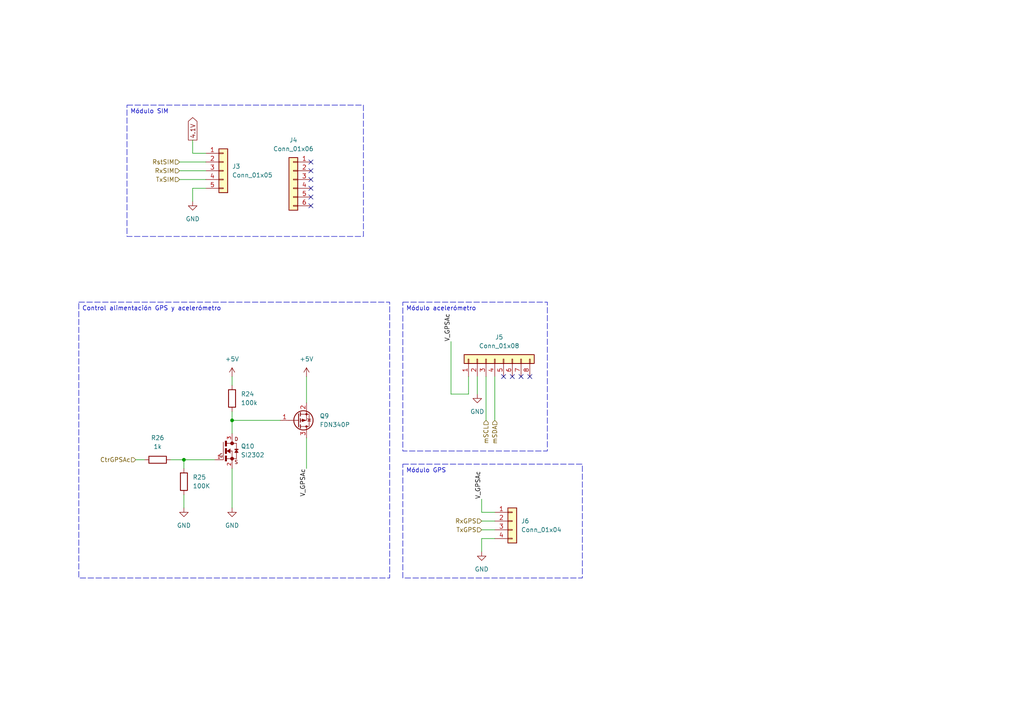
<source format=kicad_sch>
(kicad_sch (version 20230121) (generator eeschema)
  (paper "A4")
  (lib_symbols
    (symbol "Connector_Generic:Conn_01x04" (pin_names (offset 1.016) hide)
      (property "Reference" "J" (at 0 5.08 0))
      (property "Value" "Conn_01x04" (at 0 -7.62 0))
      (symbol "Conn_01x04_1_1"
        (rectangle (start -1.27 -4.953) (end 0 -5.207) (stroke (width 0.1524)))
        (rectangle (start -1.27 -2.413) (end 0 -2.667) (stroke (width 0.1524)))
        (rectangle (start -1.27 0.127) (end 0 -0.127) (stroke (width 0.1524)))
        (rectangle (start -1.27 2.667) (end 0 2.413) (stroke (width 0.1524)))
        (rectangle (start -1.27 3.81) (end 1.27 -6.35) (stroke (width 0.254)) (fill (type background)))
        (pin passive line (at -5.08 2.54 0) (length 3.81) (name "Pin_1") (number "1"))
        (pin passive line (at -5.08 0 0) (length 3.81) (name "Pin_2") (number "2"))
        (pin passive line (at -5.08 -2.54 0) (length 3.81) (name "Pin_3") (number "3"))
        (pin passive line (at -5.08 -5.08 0) (length 3.81) (name "Pin_4") (number "4"))
      )
    )
    (symbol "Connector_Generic:Conn_01x05" (pin_names (offset 1.016) hide)
      (property "Reference" "J" (at 0 7.62 0))
      (property "Value" "Conn_01x05" (at 0 -7.62 0))
      (symbol "Conn_01x05_1_1"
        (rectangle (start -1.27 -4.953) (end 0 -5.207) (stroke (width 0.1524)))
        (rectangle (start -1.27 -2.413) (end 0 -2.667) (stroke (width 0.1524)))
        (rectangle (start -1.27 0.127) (end 0 -0.127) (stroke (width 0.1524)))
        (rectangle (start -1.27 2.667) (end 0 2.413) (stroke (width 0.1524)))
        (rectangle (start -1.27 5.207) (end 0 4.953) (stroke (width 0.1524)))
        (rectangle (start -1.27 6.35) (end 1.27 -6.35) (stroke (width 0.254)) (fill (type background)))
        (pin passive line (at -5.08 5.08 0) (length 3.81) (name "Pin_1") (number "1"))
        (pin passive line (at -5.08 2.54 0) (length 3.81) (name "Pin_2") (number "2"))
        (pin passive line (at -5.08 0 0) (length 3.81) (name "Pin_3") (number "3"))
        (pin passive line (at -5.08 -2.54 0) (length 3.81) (name "Pin_4") (number "4"))
        (pin passive line (at -5.08 -5.08 0) (length 3.81) (name "Pin_5") (number "5"))
      )
    )
    (symbol "Connector_Generic:Conn_01x06" (pin_names (offset 1.016) hide)
      (property "Reference" "J" (at 0 7.62 0))
      (property "Value" "Conn_01x06" (at 0 -10.16 0))
      (symbol "Conn_01x06_1_1"
        (rectangle (start -1.27 -7.493) (end 0 -7.747) (stroke (width 0.1524)))
        (rectangle (start -1.27 -4.953) (end 0 -5.207) (stroke (width 0.1524)))
        (rectangle (start -1.27 -2.413) (end 0 -2.667) (stroke (width 0.1524)))
        (rectangle (start -1.27 0.127) (end 0 -0.127) (stroke (width 0.1524)))
        (rectangle (start -1.27 2.667) (end 0 2.413) (stroke (width 0.1524)))
        (rectangle (start -1.27 5.207) (end 0 4.953) (stroke (width 0.1524)))
        (rectangle (start -1.27 6.35) (end 1.27 -8.89) (stroke (width 0.254)) (fill (type background)))
        (pin passive line (at -5.08 5.08 0) (length 3.81) (name "Pin_1") (number "1"))
        (pin passive line (at -5.08 2.54 0) (length 3.81) (name "Pin_2") (number "2"))
        (pin passive line (at -5.08 0 0) (length 3.81) (name "Pin_3") (number "3"))
        (pin passive line (at -5.08 -2.54 0) (length 3.81) (name "Pin_4") (number "4"))
        (pin passive line (at -5.08 -5.08 0) (length 3.81) (name "Pin_5") (number "5"))
        (pin passive line (at -5.08 -7.62 0) (length 3.81) (name "Pin_6") (number "6"))
      )
    )
    (symbol "Connector_Generic:Conn_01x08" (pin_names (offset 1.016) hide)
      (property "Reference" "J" (at 0 10.16 0))
      (property "Value" "Conn_01x08" (at 0 -12.7 0))
      (symbol "Conn_01x08_1_1"
        (rectangle (start -1.27 -10.033) (end 0 -10.287) (stroke (width 0.1524)))
        (rectangle (start -1.27 -7.493) (end 0 -7.747) (stroke (width 0.1524)))
        (rectangle (start -1.27 -4.953) (end 0 -5.207) (stroke (width 0.1524)))
        (rectangle (start -1.27 -2.413) (end 0 -2.667) (stroke (width 0.1524)))
        (rectangle (start -1.27 0.127) (end 0 -0.127) (stroke (width 0.1524)))
        (rectangle (start -1.27 2.667) (end 0 2.413) (stroke (width 0.1524)))
        (rectangle (start -1.27 5.207) (end 0 4.953) (stroke (width 0.1524)))
        (rectangle (start -1.27 7.747) (end 0 7.493) (stroke (width 0.1524)))
        (rectangle (start -1.27 8.89) (end 1.27 -11.43) (stroke (width 0.254)) (fill (type background)))
        (pin passive line (at -5.08 7.62 0) (length 3.81) (name "Pin_1") (number "1"))
        (pin passive line (at -5.08 5.08 0) (length 3.81) (name "Pin_2") (number "2"))
        (pin passive line (at -5.08 2.54 0) (length 3.81) (name "Pin_3") (number "3"))
        (pin passive line (at -5.08 0 0) (length 3.81) (name "Pin_4") (number "4"))
        (pin passive line (at -5.08 -2.54 0) (length 3.81) (name "Pin_5") (number "5"))
        (pin passive line (at -5.08 -5.08 0) (length 3.81) (name "Pin_6") (number "6"))
        (pin passive line (at -5.08 -7.62 0) (length 3.81) (name "Pin_7") (number "7"))
        (pin passive line (at -5.08 -10.16 0) (length 3.81) (name "Pin_8") (number "8"))
      )
    )
    (symbol "Device:R" (pin_numbers hide) (pin_names (offset 0))
      (property "Reference" "R" (at 2.032 0 90))
      (property "Value" "R" (at 0 0 90))
      (symbol "R_0_1"
        (rectangle (start -1.016 -2.54) (end 1.016 2.54) (stroke (width 0.254)))
      )
      (symbol "R_1_1"
        (pin passive line (at 0 3.81 270) (length 1.27) (name "~") (number "1"))
        (pin passive line (at 0 -3.81 90) (length 1.27) (name "~") (number "2"))
      )
    )
    (symbol "SI2302:SI2302" (pin_names (offset 1.016))
      (property "Reference" "Q" (at 2.5417 0 0))
      (property "Value" "SI2302" (at 2.5438 -2.5438 0))
      (symbol "SI2302_0_0"
        (rectangle (start -2.035 1.399) (end -1.524 2.921) (stroke (width 0.1)) (fill (type outline)))
        (rectangle (start -2.0335 -2.9232) (end -1.524 -1.397) (stroke (width 0.1)) (fill (type outline)))
        (rectangle (start -2.0336 -0.7626) (end -1.524 0.762) (stroke (width 0.1)) (fill (type outline)))
        (circle (center 0 -2.2225) (radius 0.127) (stroke (width 0.4064)))
        (polyline (pts (xy -2.54 -2.54) (xy -2.54 2.54)) (stroke (width 0.1524)))
        (polyline (pts (xy -1.5875 -2.2225) (xy 0 -2.2225)) (stroke (width 0.1524)))
        (polyline (pts (xy -1.5875 2.2225) (xy 0 2.2225)) (stroke (width 0.1524)))
        (polyline (pts (xy -0.508 0) (xy 0 0)) (stroke (width 0.1524)))
        (polyline (pts (xy 0 -2.2225) (xy 0 -2.54)) (stroke (width 0.1524)))
        (polyline (pts (xy 0 0) (xy 0 -2.2225)) (stroke (width 0.1524)))
        (polyline (pts (xy 0 2.2225) (xy 1.27 2.2225)) (stroke (width 0.1524)))
        (polyline (pts (xy 0 2.54) (xy 0 2.2225)) (stroke (width 0.1524)))
        (polyline (pts (xy 1.27 -2.2225) (xy 0 -2.2225)) (stroke (width 0.1524)))
        (polyline (pts (xy 1.27 2.2225) (xy 1.27 -2.2225)) (stroke (width 0.1524)))
        (polyline (pts (xy -1.524 0) (xy -0.508 0.635) (xy -0.508 -0.635) (xy -1.524 0)) (stroke (width 0.1016)) (fill (type outline)))
        (polyline (pts (xy 1.27 0.3175) (xy 0.762 -0.4445) (xy 1.778 -0.4445) (xy 1.27 0.3175)) (stroke (width 0.1524)) (fill (type outline)))
        (circle (center 0 2.2225) (radius 0.127) (stroke (width 0.4064)))
        (rectangle (start 0.7632 0.318) (end 1.778 0.5715) (stroke (width 0.1)) (fill (type outline)))
        (text "D" (at 0.6361 2.8623 0) (effects (font (size 1.0177 1.0177)) (justify left bottom)))
        (text "G" (at -3.813 -1.9065 0) (effects (font (size 1.0168 1.0168)) (justify left bottom)))
        (text "S" (at 0.6357 -3.8141 0) (effects (font (size 1.0171 1.0171)) (justify left bottom)))
        (pin passive line (at -5.08 -2.54 0) (length 2.54) (name "~") (number "1"))
        (pin passive line (at 0 -5.08 90) (length 2.54) (name "~") (number "2"))
        (pin passive line (at 0 5.08 270) (length 2.54) (name "~") (number "3"))
      )
    )
    (symbol "Transistor_FET:FDN340P" (pin_names hide)
      (property "Reference" "Q" (at 5.08 1.905 0))
      (property "Value" "FDN340P" (at 5.08 0 0))
      (symbol "FDN340P_0_1"
        (polyline (pts (xy 0.254 0) (xy -2.54 0)))
        (polyline (pts (xy 0.254 1.905) (xy 0.254 -1.905)) (stroke (width 0.254)))
        (polyline (pts (xy 0.762 -1.27) (xy 0.762 -2.286)) (stroke (width 0.254)))
        (polyline (pts (xy 0.762 0.508) (xy 0.762 -0.508)) (stroke (width 0.254)))
        (polyline (pts (xy 0.762 2.286) (xy 0.762 1.27)) (stroke (width 0.254)))
        (polyline (pts (xy 2.54 2.54) (xy 2.54 1.778)))
        (polyline (pts (xy 2.54 -2.54) (xy 2.54 0) (xy 0.762 0)))
        (polyline (pts (xy 0.762 1.778) (xy 3.302 1.778) (xy 3.302 -1.778) (xy 0.762 -1.778)))
        (polyline (pts (xy 2.286 0) (xy 1.27 0.381) (xy 1.27 -0.381) (xy 2.286 0)) (fill (type outline)))
        (polyline (pts (xy 2.794 -0.508) (xy 2.921 -0.381) (xy 3.683 -0.381) (xy 3.81 -0.254)))
        (polyline (pts (xy 3.302 -0.381) (xy 2.921 0.254) (xy 3.683 0.254) (xy 3.302 -0.381)))
        (circle (center 1.651 0) (radius 2.794) (stroke (width 0.254)))
        (circle (center 2.54 -1.778) (radius 0.254) (fill (type outline)))
        (circle (center 2.54 1.778) (radius 0.254) (fill (type outline)))
      )
      (symbol "FDN340P_1_1"
        (pin input line (at -5.08 0 0) (length 2.54) (name "G") (number "1"))
        (pin passive line (at 2.54 -5.08 90) (length 2.54) (name "S") (number "2"))
        (pin passive line (at 2.54 5.08 270) (length 2.54) (name "D") (number "3"))
      )
    )
    (symbol "power:+5V" (power) (pin_names (offset 0))
      (property "Value" "+5V" (at 0 3.556 0))
      (symbol "+5V_0_1"
        (polyline (pts (xy -0.762 1.27) (xy 0 2.54)))
        (polyline (pts (xy 0 0) (xy 0 2.54)))
        (polyline (pts (xy 0 2.54) (xy 0.762 1.27)))
      )
      (symbol "+5V_1_1"
        (pin power_in line (at 0 0 90) (length 0) hide (name "+5V") (number "1"))
      )
    )
    (symbol "power:GND" (power) (pin_names (offset 0))
      (property "Value" "GND" (at 0 -3.81 0))
      (symbol "GND_0_1"
        (polyline (pts (xy 0 0) (xy 0 -1.27) (xy 1.27 -1.27) (xy 0 -2.54) (xy -1.27 -1.27) (xy 0 -1.27)))
      )
      (symbol "GND_1_1"
        (pin power_in line (at 0 0 270) (length 0) hide (name "GND") (number "1"))
      )
    )
  )
  (junction (at 53.34 133.35))
  (junction (at 67.31 121.92))
  (no_connect (at 90.17 46.99))
  (no_connect (at 90.17 54.61))
  (no_connect (at 90.17 57.15))
  (no_connect (at 153.67 109.22))
  (no_connect (at 90.17 49.53))
  (no_connect (at 151.13 109.22))
  (no_connect (at 148.59 109.22))
  (no_connect (at 146.05 109.22))
  (no_connect (at 90.17 59.69))
  (no_connect (at 90.17 52.07))
  (wire (pts (xy 55.88 58.42) (xy 55.88 54.61)))
  (wire (pts (xy 139.7 151.13) (xy 143.51 151.13)))
  (wire (pts (xy 52.07 52.07) (xy 59.69 52.07)))
  (wire (pts (xy 139.7 156.21) (xy 139.7 160.02)))
  (wire (pts (xy 53.34 133.35) (xy 62.23 133.35)))
  (wire (pts (xy 59.69 44.45) (xy 55.88 44.45)))
  (wire (pts (xy 52.07 49.53) (xy 59.69 49.53)))
  (wire (pts (xy 53.34 143.51) (xy 53.34 147.32)))
  (wire (pts (xy 143.51 109.22) (xy 143.51 121.92)))
  (wire (pts (xy 55.88 44.45) (xy 55.88 40.64)))
  (wire (pts (xy 139.7 153.67) (xy 143.51 153.67)))
  (wire (pts (xy 88.9 109.22) (xy 88.9 116.84)))
  (wire (pts (xy 143.51 148.59) (xy 139.7 148.59)))
  (wire (pts (xy 130.81 114.3) (xy 135.89 114.3)))
  (wire (pts (xy 52.07 46.99) (xy 59.69 46.99)))
  (wire (pts (xy 53.34 135.89) (xy 53.34 133.35)))
  (wire (pts (xy 67.31 121.92) (xy 81.28 121.92)))
  (wire (pts (xy 135.89 114.3) (xy 135.89 109.22)))
  (wire (pts (xy 88.9 127) (xy 88.9 135.89)))
  (wire (pts (xy 67.31 109.22) (xy 67.31 111.76)))
  (wire (pts (xy 49.53 133.35) (xy 53.34 133.35)))
  (wire (pts (xy 67.31 135.89) (xy 67.31 147.32)))
  (wire (pts (xy 67.31 121.92) (xy 67.31 125.73)))
  (wire (pts (xy 67.31 119.38) (xy 67.31 121.92)))
  (wire (pts (xy 39.37 133.35) (xy 41.91 133.35)))
  (wire (pts (xy 55.88 54.61) (xy 59.69 54.61)))
  (wire (pts (xy 140.97 109.22) (xy 140.97 121.92)))
  (wire (pts (xy 138.43 109.22) (xy 138.43 114.3)))
  (wire (pts (xy 139.7 148.59) (xy 139.7 144.78)))
  (wire (pts (xy 143.51 156.21) (xy 139.7 156.21)))
  (wire (pts (xy 130.81 99.06) (xy 130.81 114.3)))
  (text_box "Módulo GPS" (at 116.84 134.62 0) (size 52.07 33.02) (stroke (width 0) (type dash)) (effects (font (size 1.27 1.27)) (justify left top)))
  (text_box "Módulo SIM" (at 36.83 30.48 0) (size 68.58 38.1) (stroke (width 0) (type dash)) (effects (font (size 1.27 1.27)) (justify left top)))
  (text_box "Módulo acelerómetro" (at 116.84 87.63 0) (size 41.91 43.18) (stroke (width 0) (type dash)) (effects (font (size 1.27 1.27)) (justify left top)))
  (text_box "Control alimentación GPS y acelerómetro" (at 22.86 87.63 0) (size 90.17 80.01) (stroke (width 0) (type dash)) (effects (font (size 1.27 1.27)) (justify left top)))
  (label "V_GPSAc" (at 88.9 135.89 270))
  (label "V_GPSAc" (at 130.81 99.06 90))
  (label "V_GPSAc" (at 139.7 144.78 90))
  (global_label "4.1V" (shape output) (at 55.88 40.64 90) (property "Intersheetrefs" "${INTERSHEET_REFS}" (effects hide)))
  (hierarchical_label "RstSIM" (shape input) (at 52.07 46.99 180))
  (hierarchical_label "RxGPS" (shape input) (at 139.7 151.13 180))
  (hierarchical_label "mSCL" (shape input) (at 140.97 121.92 270))
  (hierarchical_label "mSDA" (shape input) (at 143.51 121.92 270))
  (hierarchical_label "TxSIM" (shape input) (at 52.07 52.07 180))
  (hierarchical_label "TxGPS" (shape input) (at 139.7 153.67 180))
  (hierarchical_label "RxSIM" (shape input) (at 52.07 49.53 180))
  (hierarchical_label "CtrGPSAc" (shape input) (at 39.37 133.35 180))
  (symbol (lib_id "Connector_Generic:Conn_01x08") (at 143.51 104.14 90) (unit 1)
    (property "Reference" "J5" (at 144.78 97.79 90))
    (property "Value" "Conn_01x08" (at 144.78 100.33 90))
  )
  (symbol (lib_id "Transistor_FET:FDN340P") (at 86.36 121.92 0) (mirror x) (unit 1)
    (property "Reference" "Q9" (at 92.71 120.65 0) (effects (justify left)))
    (property "Value" "FDN340P" (at 92.71 123.19 0) (effects (justify left)))
    (property "Footprint" "Package_TO_SOT_SMD:SOT-23" (effects hide))
    (property "Datasheet" "https://www.onsemi.com/pub/Collateral/FDN340P-D.PDF" (effects hide))
  )
  (symbol (lib_id "SI2302:SI2302") (at 67.31 130.81 0) (unit 1)
    (property "Reference" "Q10" (at 69.85 129.4351 0) (effects (justify left)))
    (property "Value" "SI2302" (at 69.85 131.9751 0) (effects (justify left)))
    (property "Footprint" "SI2302:SOT23" (effects hide))
    (property "MF" "Micro Commercial Components (MCC)" (effects hide))
    (property "Description" "\nN-Channel 20V 2.6A (Ta) 710mW (Ta) Surface Mount SOT-23-3 (TO-236)\n" (effects hide))
    (property "Package" "TO-236-3 Micro Commercial Components (MCC)" (effects hide))
    (property "Price" "None" (effects hide))
    (property "SnapEDA_Link" "https://www.snapeda.com/parts/SI2302/Micro+Commercial+Components/view-part/?ref=snap" (effects hide))
    (property "MP" "SI2302" (effects hide))
    (property "Availability" "Not in stock" (effects hide))
    (property "Check_prices" "https://www.snapeda.com/parts/SI2302/Micro+Commercial+Components/view-part/?ref=eda" (effects hide))
  )
  (symbol (lib_id "Device:R") (at 67.31 115.57 0) (unit 1)
    (property "Reference" "R24" (at 69.85 114.3 0) (effects (justify left)))
    (property "Value" "100k" (at 69.85 116.84 0) (effects (justify left)))
  )
  (symbol (lib_id "power:GND") (at 139.7 160.02 0) (unit 1)
    (property "Reference" "#PWR040" (effects hide))
    (property "Value" "GND" (at 139.7 165.1 0))
  )
  (symbol (lib_id "Device:R") (at 45.72 133.35 90) (unit 1)
    (property "Reference" "R26" (at 45.72 127 90))
    (property "Value" "1k" (at 45.72 129.54 90))
  )
  (symbol (lib_id "power:GND") (at 53.34 147.32 0) (unit 1)
    (property "Reference" "#PWR043" (effects hide))
    (property "Value" "GND" (at 53.34 152.4 0))
  )
  (symbol (lib_id "power:GND") (at 55.88 58.42 0) (unit 1)
    (property "Reference" "#PWR036" (effects hide))
    (property "Value" "GND" (at 55.88 63.5 0))
  )
  (symbol (lib_id "power:+5V") (at 88.9 109.22 0) (unit 1)
    (property "Reference" "#PWR044" (effects hide))
    (property "Value" "+5V" (at 88.9 104.14 0))
  )
  (symbol (lib_id "power:GND") (at 138.43 114.3 0) (unit 1)
    (property "Reference" "#PWR038" (effects hide))
    (property "Value" "GND" (at 138.43 119.38 0))
  )
  (symbol (lib_id "Connector_Generic:Conn_01x06") (at 85.09 52.07 0) (mirror y) (unit 1)
    (property "Reference" "J4" (at 85.09 40.64 0))
    (property "Value" "Conn_01x06" (at 85.09 43.18 0))
  )
  (symbol (lib_id "Connector_Generic:Conn_01x05") (at 64.77 49.53 0) (unit 1)
    (property "Reference" "J3" (at 67.31 48.26 0) (effects (justify left)))
    (property "Value" "Conn_01x05" (at 67.31 50.8 0) (effects (justify left)))
  )
  (symbol (lib_id "Connector_Generic:Conn_01x04") (at 148.59 151.13 0) (unit 1)
    (property "Reference" "J6" (at 151.13 151.13 0) (effects (justify left)))
    (property "Value" "Conn_01x04" (at 151.13 153.67 0) (effects (justify left)))
  )
  (symbol (lib_id "power:+5V") (at 67.31 109.22 0) (unit 1)
    (property "Reference" "#PWR042" (effects hide))
    (property "Value" "+5V" (at 67.31 104.14 0))
  )
  (symbol (lib_id "power:GND") (at 67.31 147.32 0) (unit 1)
    (property "Reference" "#PWR041" (effects hide))
    (property "Value" "GND" (at 67.31 152.4 0))
  )
  (symbol (lib_id "Device:R") (at 53.34 139.7 0) (unit 1)
    (property "Reference" "R25" (at 55.88 138.43 0) (effects (justify left)))
    (property "Value" "100K" (at 55.88 140.97 0) (effects (justify left)))
  )
)
</source>
